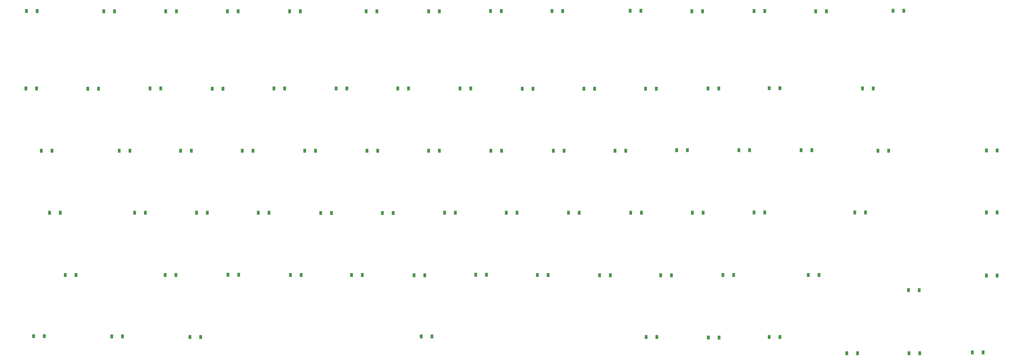
<source format=gbr>
%TF.GenerationSoftware,KiCad,Pcbnew,8.0.4*%
%TF.CreationDate,2024-09-14T21:21:30-04:00*%
%TF.ProjectId,mykeyboard2,6d796b65-7962-46f6-9172-64322e6b6963,rev?*%
%TF.SameCoordinates,Original*%
%TF.FileFunction,Paste,Bot*%
%TF.FilePolarity,Positive*%
%FSLAX46Y46*%
G04 Gerber Fmt 4.6, Leading zero omitted, Abs format (unit mm)*
G04 Created by KiCad (PCBNEW 8.0.4) date 2024-09-14 21:21:30*
%MOMM*%
%LPD*%
G01*
G04 APERTURE LIST*
%ADD10R,0.900000X1.200000*%
G04 APERTURE END LIST*
D10*
%TO.C,D38*%
X251025000Y-107450000D03*
X254325000Y-107450000D03*
%TD*%
%TO.C,D11*%
X293825000Y-64550000D03*
X297125000Y-64550000D03*
%TD*%
%TO.C,D73*%
X120266389Y-164743788D03*
X123566389Y-164743788D03*
%TD*%
%TO.C,D3*%
X131825000Y-64650000D03*
X135125000Y-64650000D03*
%TD*%
%TO.C,D79*%
X341425000Y-169750000D03*
X344725000Y-169750000D03*
%TD*%
%TO.C,D23*%
X241425000Y-88450000D03*
X244725000Y-88450000D03*
%TD*%
%TO.C,D14*%
X69825000Y-88350000D03*
X73125000Y-88350000D03*
%TD*%
%TO.C,D17*%
X127125000Y-88450000D03*
X130425000Y-88450000D03*
%TD*%
%TO.C,D70*%
X341325000Y-150350000D03*
X344625000Y-150350000D03*
%TD*%
%TO.C,D76*%
X279697046Y-164851682D03*
X282997046Y-164851682D03*
%TD*%
%TO.C,D61*%
X151225000Y-145650000D03*
X154525000Y-145650000D03*
%TD*%
%TO.C,D1*%
X93825000Y-64650000D03*
X97125000Y-64650000D03*
%TD*%
%TO.C,D49*%
X179525000Y-126650000D03*
X182825000Y-126650000D03*
%TD*%
%TO.C,D8*%
X231625000Y-64550000D03*
X234925000Y-64550000D03*
%TD*%
%TO.C,D37*%
X232025000Y-107450000D03*
X235325000Y-107450000D03*
%TD*%
%TO.C,D77*%
X298425000Y-164750000D03*
X301725000Y-164750000D03*
%TD*%
%TO.C,D4*%
X150925000Y-64650000D03*
X154225000Y-64650000D03*
%TD*%
%TO.C,D56*%
X324808757Y-126433621D03*
X328108757Y-126433621D03*
%TD*%
%TO.C,D62*%
X170025000Y-145650000D03*
X173325000Y-145650000D03*
%TD*%
%TO.C,D50*%
X198625000Y-126550000D03*
X201925000Y-126550000D03*
%TD*%
%TO.C,D57*%
X365225000Y-126450000D03*
X368525000Y-126450000D03*
%TD*%
%TO.C,D33*%
X155625000Y-107450000D03*
X158925000Y-107450000D03*
%TD*%
%TO.C,D65*%
X227125000Y-145650000D03*
X230425000Y-145650000D03*
%TD*%
%TO.C,D5*%
X174525000Y-64650000D03*
X177825000Y-64650000D03*
%TD*%
%TO.C,D74*%
X191415000Y-164550000D03*
X194715000Y-164550000D03*
%TD*%
%TO.C,D30*%
X98525000Y-107450000D03*
X101825000Y-107450000D03*
%TD*%
%TO.C,D29*%
X74625000Y-107450000D03*
X77925000Y-107450000D03*
%TD*%
%TO.C,D71*%
X72225000Y-164450000D03*
X75525000Y-164450000D03*
%TD*%
%TO.C,D55*%
X293825000Y-126450000D03*
X297125000Y-126450000D03*
%TD*%
%TO.C,D7*%
X212725000Y-64550000D03*
X216025000Y-64550000D03*
%TD*%
%TO.C,D20*%
X184225000Y-88350000D03*
X187525000Y-88350000D03*
%TD*%
%TO.C,D51*%
X217625000Y-126550000D03*
X220925000Y-126550000D03*
%TD*%
%TO.C,D59*%
X112725000Y-145650000D03*
X116025000Y-145650000D03*
%TD*%
%TO.C,D36*%
X212825000Y-107450000D03*
X216125000Y-107450000D03*
%TD*%
%TO.C,D75*%
X260625000Y-164750000D03*
X263925000Y-164750000D03*
%TD*%
%TO.C,D42*%
X331916043Y-107441219D03*
X335216043Y-107441219D03*
%TD*%
%TO.C,D48*%
X160525000Y-126650000D03*
X163825000Y-126650000D03*
%TD*%
%TO.C,D15*%
X88925000Y-88450000D03*
X92225000Y-88450000D03*
%TD*%
%TO.C,D35*%
X193725000Y-107450000D03*
X197025000Y-107450000D03*
%TD*%
%TO.C,D6*%
X193725000Y-64650000D03*
X197025000Y-64650000D03*
%TD*%
%TO.C,D34*%
X174725000Y-107450000D03*
X178025000Y-107450000D03*
%TD*%
%TO.C,D22*%
X222525000Y-88450000D03*
X225825000Y-88450000D03*
%TD*%
%TO.C,D54*%
X274825000Y-126550000D03*
X278125000Y-126550000D03*
%TD*%
%TO.C,D64*%
X208225000Y-145550000D03*
X211525000Y-145550000D03*
%TD*%
%TO.C,D78*%
X322325000Y-169750000D03*
X325625000Y-169750000D03*
%TD*%
%TO.C,D44*%
X77125000Y-126550000D03*
X80425000Y-126550000D03*
%TD*%
%TO.C,D41*%
X308225000Y-107350000D03*
X311525000Y-107350000D03*
%TD*%
%TO.C,D19*%
X165225000Y-88350000D03*
X168525000Y-88350000D03*
%TD*%
%TO.C,D24*%
X260425000Y-88450000D03*
X263725000Y-88450000D03*
%TD*%
%TO.C,D27*%
X327125000Y-88350000D03*
X330425000Y-88350000D03*
%TD*%
%TO.C,D58*%
X81925000Y-145650000D03*
X85225000Y-145650000D03*
%TD*%
%TO.C,D53*%
X255825000Y-126550000D03*
X259125000Y-126550000D03*
%TD*%
%TO.C,D10*%
X274625000Y-64650000D03*
X277925000Y-64650000D03*
%TD*%
%TO.C,D26*%
X298425000Y-88250000D03*
X301725000Y-88250000D03*
%TD*%
%TO.C,D52*%
X236725000Y-126550000D03*
X240025000Y-126550000D03*
%TD*%
%TO.C,D32*%
X136425000Y-107450000D03*
X139725000Y-107450000D03*
%TD*%
%TO.C,D9*%
X255725000Y-64450000D03*
X259025000Y-64450000D03*
%TD*%
%TO.C,D66*%
X246325000Y-145750000D03*
X249625000Y-145750000D03*
%TD*%
%TO.C,D40*%
X289125000Y-107350000D03*
X292425000Y-107350000D03*
%TD*%
%TO.C,D2*%
X112825000Y-64650000D03*
X116125000Y-64650000D03*
%TD*%
%TO.C,D69*%
X310425000Y-145650000D03*
X313725000Y-145650000D03*
%TD*%
%TO.C,D63*%
X189225000Y-145750000D03*
X192525000Y-145750000D03*
%TD*%
%TO.C,D60*%
X132025000Y-145550000D03*
X135325000Y-145550000D03*
%TD*%
%TO.C,D0*%
X70025000Y-64550000D03*
X73325000Y-64550000D03*
%TD*%
%TO.C,D45*%
X103325000Y-126550000D03*
X106625000Y-126550000D03*
%TD*%
%TO.C,D18*%
X146125000Y-88350000D03*
X149425000Y-88350000D03*
%TD*%
%TO.C,D47*%
X141325000Y-126550000D03*
X144625000Y-126550000D03*
%TD*%
%TO.C,D31*%
X117425000Y-107450000D03*
X120725000Y-107450000D03*
%TD*%
%TO.C,D16*%
X108025000Y-88350000D03*
X111325000Y-88350000D03*
%TD*%
%TO.C,D39*%
X270025000Y-107350000D03*
X273325000Y-107350000D03*
%TD*%
%TO.C,D12*%
X312725000Y-64650000D03*
X316025000Y-64650000D03*
%TD*%
%TO.C,D21*%
X203325000Y-88350000D03*
X206625000Y-88350000D03*
%TD*%
%TO.C,D46*%
X122325000Y-126550000D03*
X125625000Y-126550000D03*
%TD*%
%TO.C,D81*%
X365255000Y-145800000D03*
X368555000Y-145800000D03*
%TD*%
%TO.C,D25*%
X279625000Y-88350000D03*
X282925000Y-88350000D03*
%TD*%
%TO.C,D68*%
X284225000Y-145650000D03*
X287525000Y-145650000D03*
%TD*%
%TO.C,D43*%
X365215000Y-107410000D03*
X368515000Y-107410000D03*
%TD*%
%TO.C,D67*%
X265125000Y-145750000D03*
X268425000Y-145750000D03*
%TD*%
%TO.C,D72*%
X96225000Y-164550000D03*
X99525000Y-164550000D03*
%TD*%
%TO.C,D13*%
X336525000Y-64450000D03*
X339825000Y-64450000D03*
%TD*%
%TO.C,D80*%
X360915000Y-169450000D03*
X364215000Y-169450000D03*
%TD*%
M02*

</source>
